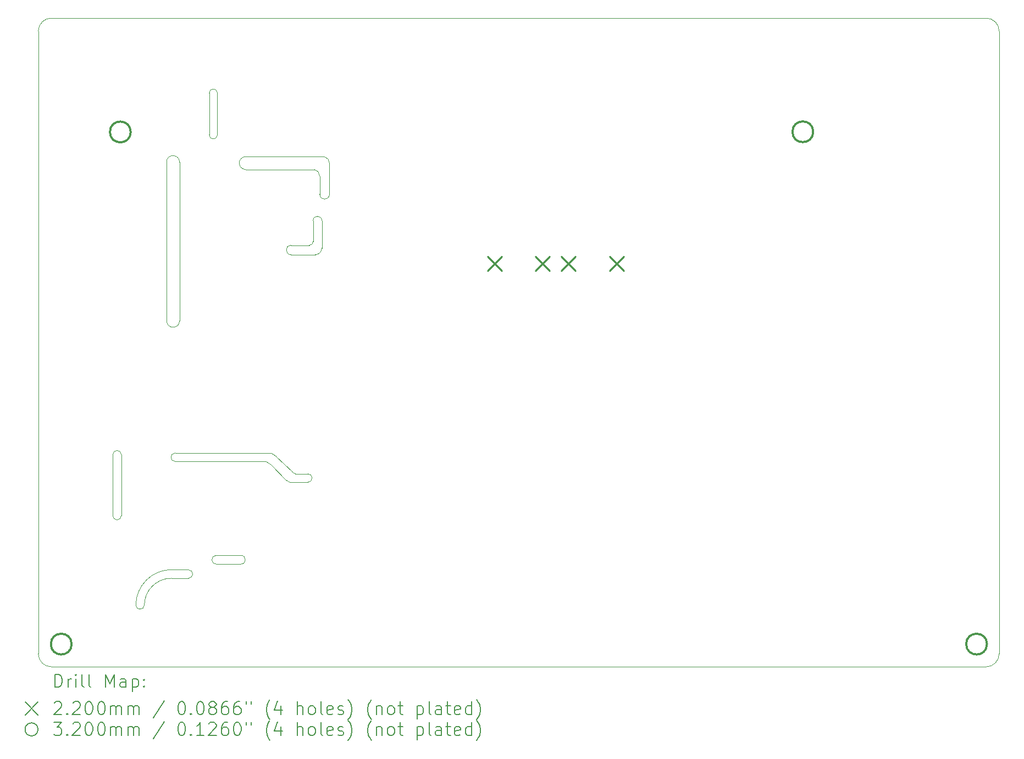
<source format=gbr>
%TF.GenerationSoftware,KiCad,Pcbnew,8.0.2*%
%TF.CreationDate,2025-02-27T21:24:37+01:00*%
%TF.ProjectId,Master_FT25,4d617374-6572-45f4-9654-32352e6b6963,rev?*%
%TF.SameCoordinates,Original*%
%TF.FileFunction,Drillmap*%
%TF.FilePolarity,Positive*%
%FSLAX45Y45*%
G04 Gerber Fmt 4.5, Leading zero omitted, Abs format (unit mm)*
G04 Created by KiCad (PCBNEW 8.0.2) date 2025-02-27 21:24:37*
%MOMM*%
%LPD*%
G01*
G04 APERTURE LIST*
%ADD10C,0.100000*%
%ADD11C,0.200000*%
%ADD12C,0.220000*%
%ADD13C,0.320000*%
G04 APERTURE END LIST*
D10*
X7171808Y-12505192D02*
X7434808Y-12505192D01*
X9489474Y-7416196D02*
G75*
G02*
X9388696Y-7516974I-100774J-4D01*
G01*
X8630000Y-10705384D02*
G75*
G02*
X8708554Y-10756856I-55000J-169616D01*
G01*
X6269808Y-10600000D02*
G75*
G02*
X6400192Y-10600000I65192J0D01*
G01*
X9274808Y-10894808D02*
X9082434Y-10895943D01*
X5323945Y-3870149D02*
X19722550Y-3870149D01*
X9354868Y-6992500D02*
X9355046Y-7312494D01*
X8630000Y-10705384D02*
X7230190Y-10705192D01*
X9355046Y-7312494D02*
G75*
G02*
X9294994Y-7372546I-60056J4D01*
G01*
X9354868Y-6992500D02*
G75*
G02*
X9490046Y-6992500I67589J0D01*
G01*
X9607131Y-6585008D02*
G75*
G02*
X9457128Y-6585008I-75001J1D01*
G01*
X9490046Y-6992500D02*
X9489474Y-7416196D01*
X7434808Y-12374808D02*
X7176214Y-12372055D01*
X8242411Y-12152411D02*
G75*
G02*
X8242411Y-12287589I-1J-67589D01*
G01*
X8316583Y-6203624D02*
G75*
G02*
X8316583Y-6005456I-3J99084D01*
G01*
X9528719Y-6006014D02*
X8316583Y-6005459D01*
X5322550Y-13870149D02*
X19722551Y-13870149D01*
X8707273Y-10574529D02*
G75*
G02*
X8785827Y-10626001I-55003J-169622D01*
G01*
X8995000Y-11025000D02*
G75*
G02*
X8945000Y-10995000I20000J90000D01*
G01*
X5322550Y-13870149D02*
G75*
G02*
X5122551Y-13670149I1J199999D01*
G01*
X8242411Y-12152411D02*
X7862411Y-12152411D01*
X9457128Y-6305000D02*
X9457128Y-6585008D01*
X9015000Y-7517500D02*
G75*
G02*
X9015000Y-7372420I0J72540D01*
G01*
X5122551Y-4070153D02*
X5122551Y-13670149D01*
X9528719Y-6006014D02*
G75*
G02*
X9606904Y-6105000I-23569J-98986D01*
G01*
X8785827Y-10626001D02*
X9032434Y-10865943D01*
X7880301Y-5669701D02*
G75*
G02*
X7754699Y-5669701I-62801J2D01*
G01*
X9294994Y-7372546D02*
X9015000Y-7372414D01*
X9274808Y-10894808D02*
G75*
G02*
X9274808Y-11025192I2J-65192D01*
G01*
X6624616Y-12916886D02*
G75*
G02*
X7176214Y-12372055I551598J-6809D01*
G01*
X6755000Y-12916885D02*
G75*
G02*
X7171808Y-12505188I416810J-5145D01*
G01*
X8708554Y-10756856D02*
X8945000Y-10995000D01*
X9378143Y-6205000D02*
G75*
G02*
X9457126Y-6305000I-23813J-100000D01*
G01*
X8995000Y-11025000D02*
X9274808Y-11025192D01*
X7862411Y-12287589D02*
G75*
G02*
X7862411Y-12152411I-1J67589D01*
G01*
X6400000Y-10600000D02*
X6400000Y-11540000D01*
X9607500Y-6585008D02*
X9607500Y-6105000D01*
X7297264Y-8535917D02*
X7297500Y-6090000D01*
X8316583Y-6203624D02*
X9378143Y-6205000D01*
X19722550Y-3870149D02*
G75*
G02*
X19922559Y-4069304I11J-200001D01*
G01*
X6400192Y-11540000D02*
G75*
G02*
X6269808Y-11540000I-65192J0D01*
G01*
X7862411Y-12287946D02*
X8242411Y-12287589D01*
X7434808Y-12374808D02*
G75*
G02*
X7434808Y-12505192I2J-65192D01*
G01*
X7230190Y-10574808D02*
X8707273Y-10574529D01*
X7754699Y-5669701D02*
X7754699Y-5025299D01*
X19922551Y-13670153D02*
X19922551Y-4069304D01*
X7097500Y-6090000D02*
G75*
G02*
X7297500Y-6090000I100000J0D01*
G01*
X6755000Y-12916885D02*
G75*
G02*
X6624620Y-12916886I-65190J6D01*
G01*
X7097500Y-6090000D02*
X7099099Y-8535917D01*
X19922551Y-13670153D02*
G75*
G02*
X19722551Y-13870151I-200001J3D01*
G01*
X7880301Y-5025299D02*
X7880301Y-5669701D01*
X7754699Y-5025299D02*
G75*
G02*
X7880301Y-5025299I62801J-2D01*
G01*
X7297264Y-8535917D02*
G75*
G02*
X7099099Y-8535917I-99083J0D01*
G01*
X5122551Y-4070153D02*
G75*
G02*
X5323945Y-3870149I200022J-13D01*
G01*
X9082434Y-10895943D02*
G75*
G02*
X9032432Y-10865945I19996J90003D01*
G01*
X9015000Y-7517500D02*
X9388696Y-7516974D01*
X6269808Y-11540000D02*
X6269808Y-10600000D01*
X7230190Y-10705192D02*
G75*
G02*
X7230190Y-10574808I0J65192D01*
G01*
D11*
D12*
X12038500Y-7543500D02*
X12258500Y-7763500D01*
X12258500Y-7543500D02*
X12038500Y-7763500D01*
X12781500Y-7543500D02*
X13001500Y-7763500D01*
X13001500Y-7543500D02*
X12781500Y-7763500D01*
X13178500Y-7545000D02*
X13398500Y-7765000D01*
X13398500Y-7545000D02*
X13178500Y-7765000D01*
X13921500Y-7545000D02*
X14141500Y-7765000D01*
X14141500Y-7545000D02*
X13921500Y-7765000D01*
D13*
X5635000Y-13520000D02*
G75*
G02*
X5315000Y-13520000I-160000J0D01*
G01*
X5315000Y-13520000D02*
G75*
G02*
X5635000Y-13520000I160000J0D01*
G01*
X6545000Y-5625000D02*
G75*
G02*
X6225000Y-5625000I-160000J0D01*
G01*
X6225000Y-5625000D02*
G75*
G02*
X6545000Y-5625000I160000J0D01*
G01*
X17058000Y-5622000D02*
G75*
G02*
X16738000Y-5622000I-160000J0D01*
G01*
X16738000Y-5622000D02*
G75*
G02*
X17058000Y-5622000I160000J0D01*
G01*
X19735000Y-13520000D02*
G75*
G02*
X19415000Y-13520000I-160000J0D01*
G01*
X19415000Y-13520000D02*
G75*
G02*
X19735000Y-13520000I160000J0D01*
G01*
D11*
X5378327Y-14186633D02*
X5378327Y-13986633D01*
X5378327Y-13986633D02*
X5425946Y-13986633D01*
X5425946Y-13986633D02*
X5454518Y-13996157D01*
X5454518Y-13996157D02*
X5473566Y-14015205D01*
X5473566Y-14015205D02*
X5483089Y-14034252D01*
X5483089Y-14034252D02*
X5492613Y-14072347D01*
X5492613Y-14072347D02*
X5492613Y-14100919D01*
X5492613Y-14100919D02*
X5483089Y-14139014D01*
X5483089Y-14139014D02*
X5473566Y-14158062D01*
X5473566Y-14158062D02*
X5454518Y-14177109D01*
X5454518Y-14177109D02*
X5425946Y-14186633D01*
X5425946Y-14186633D02*
X5378327Y-14186633D01*
X5578327Y-14186633D02*
X5578327Y-14053300D01*
X5578327Y-14091395D02*
X5587851Y-14072347D01*
X5587851Y-14072347D02*
X5597375Y-14062824D01*
X5597375Y-14062824D02*
X5616423Y-14053300D01*
X5616423Y-14053300D02*
X5635470Y-14053300D01*
X5702137Y-14186633D02*
X5702137Y-14053300D01*
X5702137Y-13986633D02*
X5692613Y-13996157D01*
X5692613Y-13996157D02*
X5702137Y-14005681D01*
X5702137Y-14005681D02*
X5711661Y-13996157D01*
X5711661Y-13996157D02*
X5702137Y-13986633D01*
X5702137Y-13986633D02*
X5702137Y-14005681D01*
X5825946Y-14186633D02*
X5806899Y-14177109D01*
X5806899Y-14177109D02*
X5797375Y-14158062D01*
X5797375Y-14158062D02*
X5797375Y-13986633D01*
X5930708Y-14186633D02*
X5911661Y-14177109D01*
X5911661Y-14177109D02*
X5902137Y-14158062D01*
X5902137Y-14158062D02*
X5902137Y-13986633D01*
X6159280Y-14186633D02*
X6159280Y-13986633D01*
X6159280Y-13986633D02*
X6225946Y-14129490D01*
X6225946Y-14129490D02*
X6292613Y-13986633D01*
X6292613Y-13986633D02*
X6292613Y-14186633D01*
X6473565Y-14186633D02*
X6473565Y-14081871D01*
X6473565Y-14081871D02*
X6464042Y-14062824D01*
X6464042Y-14062824D02*
X6444994Y-14053300D01*
X6444994Y-14053300D02*
X6406899Y-14053300D01*
X6406899Y-14053300D02*
X6387851Y-14062824D01*
X6473565Y-14177109D02*
X6454518Y-14186633D01*
X6454518Y-14186633D02*
X6406899Y-14186633D01*
X6406899Y-14186633D02*
X6387851Y-14177109D01*
X6387851Y-14177109D02*
X6378327Y-14158062D01*
X6378327Y-14158062D02*
X6378327Y-14139014D01*
X6378327Y-14139014D02*
X6387851Y-14119966D01*
X6387851Y-14119966D02*
X6406899Y-14110443D01*
X6406899Y-14110443D02*
X6454518Y-14110443D01*
X6454518Y-14110443D02*
X6473565Y-14100919D01*
X6568804Y-14053300D02*
X6568804Y-14253300D01*
X6568804Y-14062824D02*
X6587851Y-14053300D01*
X6587851Y-14053300D02*
X6625946Y-14053300D01*
X6625946Y-14053300D02*
X6644994Y-14062824D01*
X6644994Y-14062824D02*
X6654518Y-14072347D01*
X6654518Y-14072347D02*
X6664042Y-14091395D01*
X6664042Y-14091395D02*
X6664042Y-14148538D01*
X6664042Y-14148538D02*
X6654518Y-14167585D01*
X6654518Y-14167585D02*
X6644994Y-14177109D01*
X6644994Y-14177109D02*
X6625946Y-14186633D01*
X6625946Y-14186633D02*
X6587851Y-14186633D01*
X6587851Y-14186633D02*
X6568804Y-14177109D01*
X6749756Y-14167585D02*
X6759280Y-14177109D01*
X6759280Y-14177109D02*
X6749756Y-14186633D01*
X6749756Y-14186633D02*
X6740232Y-14177109D01*
X6740232Y-14177109D02*
X6749756Y-14167585D01*
X6749756Y-14167585D02*
X6749756Y-14186633D01*
X6749756Y-14062824D02*
X6759280Y-14072347D01*
X6759280Y-14072347D02*
X6749756Y-14081871D01*
X6749756Y-14081871D02*
X6740232Y-14072347D01*
X6740232Y-14072347D02*
X6749756Y-14062824D01*
X6749756Y-14062824D02*
X6749756Y-14081871D01*
X4917551Y-14415149D02*
X5117551Y-14615149D01*
X5117551Y-14415149D02*
X4917551Y-14615149D01*
X5368804Y-14425681D02*
X5378327Y-14416157D01*
X5378327Y-14416157D02*
X5397375Y-14406633D01*
X5397375Y-14406633D02*
X5444994Y-14406633D01*
X5444994Y-14406633D02*
X5464042Y-14416157D01*
X5464042Y-14416157D02*
X5473566Y-14425681D01*
X5473566Y-14425681D02*
X5483089Y-14444728D01*
X5483089Y-14444728D02*
X5483089Y-14463776D01*
X5483089Y-14463776D02*
X5473566Y-14492347D01*
X5473566Y-14492347D02*
X5359280Y-14606633D01*
X5359280Y-14606633D02*
X5483089Y-14606633D01*
X5568804Y-14587585D02*
X5578327Y-14597109D01*
X5578327Y-14597109D02*
X5568804Y-14606633D01*
X5568804Y-14606633D02*
X5559280Y-14597109D01*
X5559280Y-14597109D02*
X5568804Y-14587585D01*
X5568804Y-14587585D02*
X5568804Y-14606633D01*
X5654518Y-14425681D02*
X5664042Y-14416157D01*
X5664042Y-14416157D02*
X5683089Y-14406633D01*
X5683089Y-14406633D02*
X5730708Y-14406633D01*
X5730708Y-14406633D02*
X5749756Y-14416157D01*
X5749756Y-14416157D02*
X5759280Y-14425681D01*
X5759280Y-14425681D02*
X5768804Y-14444728D01*
X5768804Y-14444728D02*
X5768804Y-14463776D01*
X5768804Y-14463776D02*
X5759280Y-14492347D01*
X5759280Y-14492347D02*
X5644994Y-14606633D01*
X5644994Y-14606633D02*
X5768804Y-14606633D01*
X5892613Y-14406633D02*
X5911661Y-14406633D01*
X5911661Y-14406633D02*
X5930708Y-14416157D01*
X5930708Y-14416157D02*
X5940232Y-14425681D01*
X5940232Y-14425681D02*
X5949756Y-14444728D01*
X5949756Y-14444728D02*
X5959280Y-14482824D01*
X5959280Y-14482824D02*
X5959280Y-14530443D01*
X5959280Y-14530443D02*
X5949756Y-14568538D01*
X5949756Y-14568538D02*
X5940232Y-14587585D01*
X5940232Y-14587585D02*
X5930708Y-14597109D01*
X5930708Y-14597109D02*
X5911661Y-14606633D01*
X5911661Y-14606633D02*
X5892613Y-14606633D01*
X5892613Y-14606633D02*
X5873565Y-14597109D01*
X5873565Y-14597109D02*
X5864042Y-14587585D01*
X5864042Y-14587585D02*
X5854518Y-14568538D01*
X5854518Y-14568538D02*
X5844994Y-14530443D01*
X5844994Y-14530443D02*
X5844994Y-14482824D01*
X5844994Y-14482824D02*
X5854518Y-14444728D01*
X5854518Y-14444728D02*
X5864042Y-14425681D01*
X5864042Y-14425681D02*
X5873565Y-14416157D01*
X5873565Y-14416157D02*
X5892613Y-14406633D01*
X6083089Y-14406633D02*
X6102137Y-14406633D01*
X6102137Y-14406633D02*
X6121185Y-14416157D01*
X6121185Y-14416157D02*
X6130708Y-14425681D01*
X6130708Y-14425681D02*
X6140232Y-14444728D01*
X6140232Y-14444728D02*
X6149756Y-14482824D01*
X6149756Y-14482824D02*
X6149756Y-14530443D01*
X6149756Y-14530443D02*
X6140232Y-14568538D01*
X6140232Y-14568538D02*
X6130708Y-14587585D01*
X6130708Y-14587585D02*
X6121185Y-14597109D01*
X6121185Y-14597109D02*
X6102137Y-14606633D01*
X6102137Y-14606633D02*
X6083089Y-14606633D01*
X6083089Y-14606633D02*
X6064042Y-14597109D01*
X6064042Y-14597109D02*
X6054518Y-14587585D01*
X6054518Y-14587585D02*
X6044994Y-14568538D01*
X6044994Y-14568538D02*
X6035470Y-14530443D01*
X6035470Y-14530443D02*
X6035470Y-14482824D01*
X6035470Y-14482824D02*
X6044994Y-14444728D01*
X6044994Y-14444728D02*
X6054518Y-14425681D01*
X6054518Y-14425681D02*
X6064042Y-14416157D01*
X6064042Y-14416157D02*
X6083089Y-14406633D01*
X6235470Y-14606633D02*
X6235470Y-14473300D01*
X6235470Y-14492347D02*
X6244994Y-14482824D01*
X6244994Y-14482824D02*
X6264042Y-14473300D01*
X6264042Y-14473300D02*
X6292613Y-14473300D01*
X6292613Y-14473300D02*
X6311661Y-14482824D01*
X6311661Y-14482824D02*
X6321185Y-14501871D01*
X6321185Y-14501871D02*
X6321185Y-14606633D01*
X6321185Y-14501871D02*
X6330708Y-14482824D01*
X6330708Y-14482824D02*
X6349756Y-14473300D01*
X6349756Y-14473300D02*
X6378327Y-14473300D01*
X6378327Y-14473300D02*
X6397375Y-14482824D01*
X6397375Y-14482824D02*
X6406899Y-14501871D01*
X6406899Y-14501871D02*
X6406899Y-14606633D01*
X6502137Y-14606633D02*
X6502137Y-14473300D01*
X6502137Y-14492347D02*
X6511661Y-14482824D01*
X6511661Y-14482824D02*
X6530708Y-14473300D01*
X6530708Y-14473300D02*
X6559280Y-14473300D01*
X6559280Y-14473300D02*
X6578327Y-14482824D01*
X6578327Y-14482824D02*
X6587851Y-14501871D01*
X6587851Y-14501871D02*
X6587851Y-14606633D01*
X6587851Y-14501871D02*
X6597375Y-14482824D01*
X6597375Y-14482824D02*
X6616423Y-14473300D01*
X6616423Y-14473300D02*
X6644994Y-14473300D01*
X6644994Y-14473300D02*
X6664042Y-14482824D01*
X6664042Y-14482824D02*
X6673566Y-14501871D01*
X6673566Y-14501871D02*
X6673566Y-14606633D01*
X7064042Y-14397109D02*
X6892613Y-14654252D01*
X7321185Y-14406633D02*
X7340232Y-14406633D01*
X7340232Y-14406633D02*
X7359280Y-14416157D01*
X7359280Y-14416157D02*
X7368804Y-14425681D01*
X7368804Y-14425681D02*
X7378328Y-14444728D01*
X7378328Y-14444728D02*
X7387851Y-14482824D01*
X7387851Y-14482824D02*
X7387851Y-14530443D01*
X7387851Y-14530443D02*
X7378328Y-14568538D01*
X7378328Y-14568538D02*
X7368804Y-14587585D01*
X7368804Y-14587585D02*
X7359280Y-14597109D01*
X7359280Y-14597109D02*
X7340232Y-14606633D01*
X7340232Y-14606633D02*
X7321185Y-14606633D01*
X7321185Y-14606633D02*
X7302137Y-14597109D01*
X7302137Y-14597109D02*
X7292613Y-14587585D01*
X7292613Y-14587585D02*
X7283089Y-14568538D01*
X7283089Y-14568538D02*
X7273566Y-14530443D01*
X7273566Y-14530443D02*
X7273566Y-14482824D01*
X7273566Y-14482824D02*
X7283089Y-14444728D01*
X7283089Y-14444728D02*
X7292613Y-14425681D01*
X7292613Y-14425681D02*
X7302137Y-14416157D01*
X7302137Y-14416157D02*
X7321185Y-14406633D01*
X7473566Y-14587585D02*
X7483089Y-14597109D01*
X7483089Y-14597109D02*
X7473566Y-14606633D01*
X7473566Y-14606633D02*
X7464042Y-14597109D01*
X7464042Y-14597109D02*
X7473566Y-14587585D01*
X7473566Y-14587585D02*
X7473566Y-14606633D01*
X7606899Y-14406633D02*
X7625947Y-14406633D01*
X7625947Y-14406633D02*
X7644994Y-14416157D01*
X7644994Y-14416157D02*
X7654518Y-14425681D01*
X7654518Y-14425681D02*
X7664042Y-14444728D01*
X7664042Y-14444728D02*
X7673566Y-14482824D01*
X7673566Y-14482824D02*
X7673566Y-14530443D01*
X7673566Y-14530443D02*
X7664042Y-14568538D01*
X7664042Y-14568538D02*
X7654518Y-14587585D01*
X7654518Y-14587585D02*
X7644994Y-14597109D01*
X7644994Y-14597109D02*
X7625947Y-14606633D01*
X7625947Y-14606633D02*
X7606899Y-14606633D01*
X7606899Y-14606633D02*
X7587851Y-14597109D01*
X7587851Y-14597109D02*
X7578328Y-14587585D01*
X7578328Y-14587585D02*
X7568804Y-14568538D01*
X7568804Y-14568538D02*
X7559280Y-14530443D01*
X7559280Y-14530443D02*
X7559280Y-14482824D01*
X7559280Y-14482824D02*
X7568804Y-14444728D01*
X7568804Y-14444728D02*
X7578328Y-14425681D01*
X7578328Y-14425681D02*
X7587851Y-14416157D01*
X7587851Y-14416157D02*
X7606899Y-14406633D01*
X7787851Y-14492347D02*
X7768804Y-14482824D01*
X7768804Y-14482824D02*
X7759280Y-14473300D01*
X7759280Y-14473300D02*
X7749756Y-14454252D01*
X7749756Y-14454252D02*
X7749756Y-14444728D01*
X7749756Y-14444728D02*
X7759280Y-14425681D01*
X7759280Y-14425681D02*
X7768804Y-14416157D01*
X7768804Y-14416157D02*
X7787851Y-14406633D01*
X7787851Y-14406633D02*
X7825947Y-14406633D01*
X7825947Y-14406633D02*
X7844994Y-14416157D01*
X7844994Y-14416157D02*
X7854518Y-14425681D01*
X7854518Y-14425681D02*
X7864042Y-14444728D01*
X7864042Y-14444728D02*
X7864042Y-14454252D01*
X7864042Y-14454252D02*
X7854518Y-14473300D01*
X7854518Y-14473300D02*
X7844994Y-14482824D01*
X7844994Y-14482824D02*
X7825947Y-14492347D01*
X7825947Y-14492347D02*
X7787851Y-14492347D01*
X7787851Y-14492347D02*
X7768804Y-14501871D01*
X7768804Y-14501871D02*
X7759280Y-14511395D01*
X7759280Y-14511395D02*
X7749756Y-14530443D01*
X7749756Y-14530443D02*
X7749756Y-14568538D01*
X7749756Y-14568538D02*
X7759280Y-14587585D01*
X7759280Y-14587585D02*
X7768804Y-14597109D01*
X7768804Y-14597109D02*
X7787851Y-14606633D01*
X7787851Y-14606633D02*
X7825947Y-14606633D01*
X7825947Y-14606633D02*
X7844994Y-14597109D01*
X7844994Y-14597109D02*
X7854518Y-14587585D01*
X7854518Y-14587585D02*
X7864042Y-14568538D01*
X7864042Y-14568538D02*
X7864042Y-14530443D01*
X7864042Y-14530443D02*
X7854518Y-14511395D01*
X7854518Y-14511395D02*
X7844994Y-14501871D01*
X7844994Y-14501871D02*
X7825947Y-14492347D01*
X8035470Y-14406633D02*
X7997375Y-14406633D01*
X7997375Y-14406633D02*
X7978328Y-14416157D01*
X7978328Y-14416157D02*
X7968804Y-14425681D01*
X7968804Y-14425681D02*
X7949756Y-14454252D01*
X7949756Y-14454252D02*
X7940232Y-14492347D01*
X7940232Y-14492347D02*
X7940232Y-14568538D01*
X7940232Y-14568538D02*
X7949756Y-14587585D01*
X7949756Y-14587585D02*
X7959280Y-14597109D01*
X7959280Y-14597109D02*
X7978328Y-14606633D01*
X7978328Y-14606633D02*
X8016423Y-14606633D01*
X8016423Y-14606633D02*
X8035470Y-14597109D01*
X8035470Y-14597109D02*
X8044994Y-14587585D01*
X8044994Y-14587585D02*
X8054518Y-14568538D01*
X8054518Y-14568538D02*
X8054518Y-14520919D01*
X8054518Y-14520919D02*
X8044994Y-14501871D01*
X8044994Y-14501871D02*
X8035470Y-14492347D01*
X8035470Y-14492347D02*
X8016423Y-14482824D01*
X8016423Y-14482824D02*
X7978328Y-14482824D01*
X7978328Y-14482824D02*
X7959280Y-14492347D01*
X7959280Y-14492347D02*
X7949756Y-14501871D01*
X7949756Y-14501871D02*
X7940232Y-14520919D01*
X8225947Y-14406633D02*
X8187851Y-14406633D01*
X8187851Y-14406633D02*
X8168804Y-14416157D01*
X8168804Y-14416157D02*
X8159280Y-14425681D01*
X8159280Y-14425681D02*
X8140232Y-14454252D01*
X8140232Y-14454252D02*
X8130709Y-14492347D01*
X8130709Y-14492347D02*
X8130709Y-14568538D01*
X8130709Y-14568538D02*
X8140232Y-14587585D01*
X8140232Y-14587585D02*
X8149756Y-14597109D01*
X8149756Y-14597109D02*
X8168804Y-14606633D01*
X8168804Y-14606633D02*
X8206899Y-14606633D01*
X8206899Y-14606633D02*
X8225947Y-14597109D01*
X8225947Y-14597109D02*
X8235470Y-14587585D01*
X8235470Y-14587585D02*
X8244994Y-14568538D01*
X8244994Y-14568538D02*
X8244994Y-14520919D01*
X8244994Y-14520919D02*
X8235470Y-14501871D01*
X8235470Y-14501871D02*
X8225947Y-14492347D01*
X8225947Y-14492347D02*
X8206899Y-14482824D01*
X8206899Y-14482824D02*
X8168804Y-14482824D01*
X8168804Y-14482824D02*
X8149756Y-14492347D01*
X8149756Y-14492347D02*
X8140232Y-14501871D01*
X8140232Y-14501871D02*
X8130709Y-14520919D01*
X8321185Y-14406633D02*
X8321185Y-14444728D01*
X8397375Y-14406633D02*
X8397375Y-14444728D01*
X8692614Y-14682824D02*
X8683090Y-14673300D01*
X8683090Y-14673300D02*
X8664042Y-14644728D01*
X8664042Y-14644728D02*
X8654518Y-14625681D01*
X8654518Y-14625681D02*
X8644994Y-14597109D01*
X8644994Y-14597109D02*
X8635471Y-14549490D01*
X8635471Y-14549490D02*
X8635471Y-14511395D01*
X8635471Y-14511395D02*
X8644994Y-14463776D01*
X8644994Y-14463776D02*
X8654518Y-14435205D01*
X8654518Y-14435205D02*
X8664042Y-14416157D01*
X8664042Y-14416157D02*
X8683090Y-14387585D01*
X8683090Y-14387585D02*
X8692614Y-14378062D01*
X8854518Y-14473300D02*
X8854518Y-14606633D01*
X8806899Y-14397109D02*
X8759280Y-14539966D01*
X8759280Y-14539966D02*
X8883090Y-14539966D01*
X9111661Y-14606633D02*
X9111661Y-14406633D01*
X9197375Y-14606633D02*
X9197375Y-14501871D01*
X9197375Y-14501871D02*
X9187852Y-14482824D01*
X9187852Y-14482824D02*
X9168804Y-14473300D01*
X9168804Y-14473300D02*
X9140233Y-14473300D01*
X9140233Y-14473300D02*
X9121185Y-14482824D01*
X9121185Y-14482824D02*
X9111661Y-14492347D01*
X9321185Y-14606633D02*
X9302137Y-14597109D01*
X9302137Y-14597109D02*
X9292614Y-14587585D01*
X9292614Y-14587585D02*
X9283090Y-14568538D01*
X9283090Y-14568538D02*
X9283090Y-14511395D01*
X9283090Y-14511395D02*
X9292614Y-14492347D01*
X9292614Y-14492347D02*
X9302137Y-14482824D01*
X9302137Y-14482824D02*
X9321185Y-14473300D01*
X9321185Y-14473300D02*
X9349756Y-14473300D01*
X9349756Y-14473300D02*
X9368804Y-14482824D01*
X9368804Y-14482824D02*
X9378328Y-14492347D01*
X9378328Y-14492347D02*
X9387852Y-14511395D01*
X9387852Y-14511395D02*
X9387852Y-14568538D01*
X9387852Y-14568538D02*
X9378328Y-14587585D01*
X9378328Y-14587585D02*
X9368804Y-14597109D01*
X9368804Y-14597109D02*
X9349756Y-14606633D01*
X9349756Y-14606633D02*
X9321185Y-14606633D01*
X9502137Y-14606633D02*
X9483090Y-14597109D01*
X9483090Y-14597109D02*
X9473566Y-14578062D01*
X9473566Y-14578062D02*
X9473566Y-14406633D01*
X9654518Y-14597109D02*
X9635471Y-14606633D01*
X9635471Y-14606633D02*
X9597375Y-14606633D01*
X9597375Y-14606633D02*
X9578328Y-14597109D01*
X9578328Y-14597109D02*
X9568804Y-14578062D01*
X9568804Y-14578062D02*
X9568804Y-14501871D01*
X9568804Y-14501871D02*
X9578328Y-14482824D01*
X9578328Y-14482824D02*
X9597375Y-14473300D01*
X9597375Y-14473300D02*
X9635471Y-14473300D01*
X9635471Y-14473300D02*
X9654518Y-14482824D01*
X9654518Y-14482824D02*
X9664042Y-14501871D01*
X9664042Y-14501871D02*
X9664042Y-14520919D01*
X9664042Y-14520919D02*
X9568804Y-14539966D01*
X9740233Y-14597109D02*
X9759280Y-14606633D01*
X9759280Y-14606633D02*
X9797375Y-14606633D01*
X9797375Y-14606633D02*
X9816423Y-14597109D01*
X9816423Y-14597109D02*
X9825947Y-14578062D01*
X9825947Y-14578062D02*
X9825947Y-14568538D01*
X9825947Y-14568538D02*
X9816423Y-14549490D01*
X9816423Y-14549490D02*
X9797375Y-14539966D01*
X9797375Y-14539966D02*
X9768804Y-14539966D01*
X9768804Y-14539966D02*
X9749756Y-14530443D01*
X9749756Y-14530443D02*
X9740233Y-14511395D01*
X9740233Y-14511395D02*
X9740233Y-14501871D01*
X9740233Y-14501871D02*
X9749756Y-14482824D01*
X9749756Y-14482824D02*
X9768804Y-14473300D01*
X9768804Y-14473300D02*
X9797375Y-14473300D01*
X9797375Y-14473300D02*
X9816423Y-14482824D01*
X9892614Y-14682824D02*
X9902137Y-14673300D01*
X9902137Y-14673300D02*
X9921185Y-14644728D01*
X9921185Y-14644728D02*
X9930709Y-14625681D01*
X9930709Y-14625681D02*
X9940233Y-14597109D01*
X9940233Y-14597109D02*
X9949756Y-14549490D01*
X9949756Y-14549490D02*
X9949756Y-14511395D01*
X9949756Y-14511395D02*
X9940233Y-14463776D01*
X9940233Y-14463776D02*
X9930709Y-14435205D01*
X9930709Y-14435205D02*
X9921185Y-14416157D01*
X9921185Y-14416157D02*
X9902137Y-14387585D01*
X9902137Y-14387585D02*
X9892614Y-14378062D01*
X10254518Y-14682824D02*
X10244995Y-14673300D01*
X10244995Y-14673300D02*
X10225947Y-14644728D01*
X10225947Y-14644728D02*
X10216423Y-14625681D01*
X10216423Y-14625681D02*
X10206899Y-14597109D01*
X10206899Y-14597109D02*
X10197376Y-14549490D01*
X10197376Y-14549490D02*
X10197376Y-14511395D01*
X10197376Y-14511395D02*
X10206899Y-14463776D01*
X10206899Y-14463776D02*
X10216423Y-14435205D01*
X10216423Y-14435205D02*
X10225947Y-14416157D01*
X10225947Y-14416157D02*
X10244995Y-14387585D01*
X10244995Y-14387585D02*
X10254518Y-14378062D01*
X10330709Y-14473300D02*
X10330709Y-14606633D01*
X10330709Y-14492347D02*
X10340233Y-14482824D01*
X10340233Y-14482824D02*
X10359280Y-14473300D01*
X10359280Y-14473300D02*
X10387852Y-14473300D01*
X10387852Y-14473300D02*
X10406899Y-14482824D01*
X10406899Y-14482824D02*
X10416423Y-14501871D01*
X10416423Y-14501871D02*
X10416423Y-14606633D01*
X10540233Y-14606633D02*
X10521185Y-14597109D01*
X10521185Y-14597109D02*
X10511661Y-14587585D01*
X10511661Y-14587585D02*
X10502137Y-14568538D01*
X10502137Y-14568538D02*
X10502137Y-14511395D01*
X10502137Y-14511395D02*
X10511661Y-14492347D01*
X10511661Y-14492347D02*
X10521185Y-14482824D01*
X10521185Y-14482824D02*
X10540233Y-14473300D01*
X10540233Y-14473300D02*
X10568804Y-14473300D01*
X10568804Y-14473300D02*
X10587852Y-14482824D01*
X10587852Y-14482824D02*
X10597376Y-14492347D01*
X10597376Y-14492347D02*
X10606899Y-14511395D01*
X10606899Y-14511395D02*
X10606899Y-14568538D01*
X10606899Y-14568538D02*
X10597376Y-14587585D01*
X10597376Y-14587585D02*
X10587852Y-14597109D01*
X10587852Y-14597109D02*
X10568804Y-14606633D01*
X10568804Y-14606633D02*
X10540233Y-14606633D01*
X10664042Y-14473300D02*
X10740233Y-14473300D01*
X10692614Y-14406633D02*
X10692614Y-14578062D01*
X10692614Y-14578062D02*
X10702137Y-14597109D01*
X10702137Y-14597109D02*
X10721185Y-14606633D01*
X10721185Y-14606633D02*
X10740233Y-14606633D01*
X10959280Y-14473300D02*
X10959280Y-14673300D01*
X10959280Y-14482824D02*
X10978328Y-14473300D01*
X10978328Y-14473300D02*
X11016423Y-14473300D01*
X11016423Y-14473300D02*
X11035471Y-14482824D01*
X11035471Y-14482824D02*
X11044995Y-14492347D01*
X11044995Y-14492347D02*
X11054518Y-14511395D01*
X11054518Y-14511395D02*
X11054518Y-14568538D01*
X11054518Y-14568538D02*
X11044995Y-14587585D01*
X11044995Y-14587585D02*
X11035471Y-14597109D01*
X11035471Y-14597109D02*
X11016423Y-14606633D01*
X11016423Y-14606633D02*
X10978328Y-14606633D01*
X10978328Y-14606633D02*
X10959280Y-14597109D01*
X11168804Y-14606633D02*
X11149757Y-14597109D01*
X11149757Y-14597109D02*
X11140233Y-14578062D01*
X11140233Y-14578062D02*
X11140233Y-14406633D01*
X11330709Y-14606633D02*
X11330709Y-14501871D01*
X11330709Y-14501871D02*
X11321185Y-14482824D01*
X11321185Y-14482824D02*
X11302137Y-14473300D01*
X11302137Y-14473300D02*
X11264042Y-14473300D01*
X11264042Y-14473300D02*
X11244995Y-14482824D01*
X11330709Y-14597109D02*
X11311661Y-14606633D01*
X11311661Y-14606633D02*
X11264042Y-14606633D01*
X11264042Y-14606633D02*
X11244995Y-14597109D01*
X11244995Y-14597109D02*
X11235471Y-14578062D01*
X11235471Y-14578062D02*
X11235471Y-14559014D01*
X11235471Y-14559014D02*
X11244995Y-14539966D01*
X11244995Y-14539966D02*
X11264042Y-14530443D01*
X11264042Y-14530443D02*
X11311661Y-14530443D01*
X11311661Y-14530443D02*
X11330709Y-14520919D01*
X11397376Y-14473300D02*
X11473566Y-14473300D01*
X11425947Y-14406633D02*
X11425947Y-14578062D01*
X11425947Y-14578062D02*
X11435471Y-14597109D01*
X11435471Y-14597109D02*
X11454518Y-14606633D01*
X11454518Y-14606633D02*
X11473566Y-14606633D01*
X11616423Y-14597109D02*
X11597376Y-14606633D01*
X11597376Y-14606633D02*
X11559280Y-14606633D01*
X11559280Y-14606633D02*
X11540233Y-14597109D01*
X11540233Y-14597109D02*
X11530709Y-14578062D01*
X11530709Y-14578062D02*
X11530709Y-14501871D01*
X11530709Y-14501871D02*
X11540233Y-14482824D01*
X11540233Y-14482824D02*
X11559280Y-14473300D01*
X11559280Y-14473300D02*
X11597376Y-14473300D01*
X11597376Y-14473300D02*
X11616423Y-14482824D01*
X11616423Y-14482824D02*
X11625947Y-14501871D01*
X11625947Y-14501871D02*
X11625947Y-14520919D01*
X11625947Y-14520919D02*
X11530709Y-14539966D01*
X11797376Y-14606633D02*
X11797376Y-14406633D01*
X11797376Y-14597109D02*
X11778328Y-14606633D01*
X11778328Y-14606633D02*
X11740233Y-14606633D01*
X11740233Y-14606633D02*
X11721185Y-14597109D01*
X11721185Y-14597109D02*
X11711661Y-14587585D01*
X11711661Y-14587585D02*
X11702137Y-14568538D01*
X11702137Y-14568538D02*
X11702137Y-14511395D01*
X11702137Y-14511395D02*
X11711661Y-14492347D01*
X11711661Y-14492347D02*
X11721185Y-14482824D01*
X11721185Y-14482824D02*
X11740233Y-14473300D01*
X11740233Y-14473300D02*
X11778328Y-14473300D01*
X11778328Y-14473300D02*
X11797376Y-14482824D01*
X11873566Y-14682824D02*
X11883090Y-14673300D01*
X11883090Y-14673300D02*
X11902137Y-14644728D01*
X11902137Y-14644728D02*
X11911661Y-14625681D01*
X11911661Y-14625681D02*
X11921185Y-14597109D01*
X11921185Y-14597109D02*
X11930709Y-14549490D01*
X11930709Y-14549490D02*
X11930709Y-14511395D01*
X11930709Y-14511395D02*
X11921185Y-14463776D01*
X11921185Y-14463776D02*
X11911661Y-14435205D01*
X11911661Y-14435205D02*
X11902137Y-14416157D01*
X11902137Y-14416157D02*
X11883090Y-14387585D01*
X11883090Y-14387585D02*
X11873566Y-14378062D01*
X5117551Y-14835149D02*
G75*
G02*
X4917551Y-14835149I-100000J0D01*
G01*
X4917551Y-14835149D02*
G75*
G02*
X5117551Y-14835149I100000J0D01*
G01*
X5359280Y-14726633D02*
X5483089Y-14726633D01*
X5483089Y-14726633D02*
X5416423Y-14802824D01*
X5416423Y-14802824D02*
X5444994Y-14802824D01*
X5444994Y-14802824D02*
X5464042Y-14812347D01*
X5464042Y-14812347D02*
X5473566Y-14821871D01*
X5473566Y-14821871D02*
X5483089Y-14840919D01*
X5483089Y-14840919D02*
X5483089Y-14888538D01*
X5483089Y-14888538D02*
X5473566Y-14907585D01*
X5473566Y-14907585D02*
X5464042Y-14917109D01*
X5464042Y-14917109D02*
X5444994Y-14926633D01*
X5444994Y-14926633D02*
X5387851Y-14926633D01*
X5387851Y-14926633D02*
X5368804Y-14917109D01*
X5368804Y-14917109D02*
X5359280Y-14907585D01*
X5568804Y-14907585D02*
X5578327Y-14917109D01*
X5578327Y-14917109D02*
X5568804Y-14926633D01*
X5568804Y-14926633D02*
X5559280Y-14917109D01*
X5559280Y-14917109D02*
X5568804Y-14907585D01*
X5568804Y-14907585D02*
X5568804Y-14926633D01*
X5654518Y-14745681D02*
X5664042Y-14736157D01*
X5664042Y-14736157D02*
X5683089Y-14726633D01*
X5683089Y-14726633D02*
X5730708Y-14726633D01*
X5730708Y-14726633D02*
X5749756Y-14736157D01*
X5749756Y-14736157D02*
X5759280Y-14745681D01*
X5759280Y-14745681D02*
X5768804Y-14764728D01*
X5768804Y-14764728D02*
X5768804Y-14783776D01*
X5768804Y-14783776D02*
X5759280Y-14812347D01*
X5759280Y-14812347D02*
X5644994Y-14926633D01*
X5644994Y-14926633D02*
X5768804Y-14926633D01*
X5892613Y-14726633D02*
X5911661Y-14726633D01*
X5911661Y-14726633D02*
X5930708Y-14736157D01*
X5930708Y-14736157D02*
X5940232Y-14745681D01*
X5940232Y-14745681D02*
X5949756Y-14764728D01*
X5949756Y-14764728D02*
X5959280Y-14802824D01*
X5959280Y-14802824D02*
X5959280Y-14850443D01*
X5959280Y-14850443D02*
X5949756Y-14888538D01*
X5949756Y-14888538D02*
X5940232Y-14907585D01*
X5940232Y-14907585D02*
X5930708Y-14917109D01*
X5930708Y-14917109D02*
X5911661Y-14926633D01*
X5911661Y-14926633D02*
X5892613Y-14926633D01*
X5892613Y-14926633D02*
X5873565Y-14917109D01*
X5873565Y-14917109D02*
X5864042Y-14907585D01*
X5864042Y-14907585D02*
X5854518Y-14888538D01*
X5854518Y-14888538D02*
X5844994Y-14850443D01*
X5844994Y-14850443D02*
X5844994Y-14802824D01*
X5844994Y-14802824D02*
X5854518Y-14764728D01*
X5854518Y-14764728D02*
X5864042Y-14745681D01*
X5864042Y-14745681D02*
X5873565Y-14736157D01*
X5873565Y-14736157D02*
X5892613Y-14726633D01*
X6083089Y-14726633D02*
X6102137Y-14726633D01*
X6102137Y-14726633D02*
X6121185Y-14736157D01*
X6121185Y-14736157D02*
X6130708Y-14745681D01*
X6130708Y-14745681D02*
X6140232Y-14764728D01*
X6140232Y-14764728D02*
X6149756Y-14802824D01*
X6149756Y-14802824D02*
X6149756Y-14850443D01*
X6149756Y-14850443D02*
X6140232Y-14888538D01*
X6140232Y-14888538D02*
X6130708Y-14907585D01*
X6130708Y-14907585D02*
X6121185Y-14917109D01*
X6121185Y-14917109D02*
X6102137Y-14926633D01*
X6102137Y-14926633D02*
X6083089Y-14926633D01*
X6083089Y-14926633D02*
X6064042Y-14917109D01*
X6064042Y-14917109D02*
X6054518Y-14907585D01*
X6054518Y-14907585D02*
X6044994Y-14888538D01*
X6044994Y-14888538D02*
X6035470Y-14850443D01*
X6035470Y-14850443D02*
X6035470Y-14802824D01*
X6035470Y-14802824D02*
X6044994Y-14764728D01*
X6044994Y-14764728D02*
X6054518Y-14745681D01*
X6054518Y-14745681D02*
X6064042Y-14736157D01*
X6064042Y-14736157D02*
X6083089Y-14726633D01*
X6235470Y-14926633D02*
X6235470Y-14793300D01*
X6235470Y-14812347D02*
X6244994Y-14802824D01*
X6244994Y-14802824D02*
X6264042Y-14793300D01*
X6264042Y-14793300D02*
X6292613Y-14793300D01*
X6292613Y-14793300D02*
X6311661Y-14802824D01*
X6311661Y-14802824D02*
X6321185Y-14821871D01*
X6321185Y-14821871D02*
X6321185Y-14926633D01*
X6321185Y-14821871D02*
X6330708Y-14802824D01*
X6330708Y-14802824D02*
X6349756Y-14793300D01*
X6349756Y-14793300D02*
X6378327Y-14793300D01*
X6378327Y-14793300D02*
X6397375Y-14802824D01*
X6397375Y-14802824D02*
X6406899Y-14821871D01*
X6406899Y-14821871D02*
X6406899Y-14926633D01*
X6502137Y-14926633D02*
X6502137Y-14793300D01*
X6502137Y-14812347D02*
X6511661Y-14802824D01*
X6511661Y-14802824D02*
X6530708Y-14793300D01*
X6530708Y-14793300D02*
X6559280Y-14793300D01*
X6559280Y-14793300D02*
X6578327Y-14802824D01*
X6578327Y-14802824D02*
X6587851Y-14821871D01*
X6587851Y-14821871D02*
X6587851Y-14926633D01*
X6587851Y-14821871D02*
X6597375Y-14802824D01*
X6597375Y-14802824D02*
X6616423Y-14793300D01*
X6616423Y-14793300D02*
X6644994Y-14793300D01*
X6644994Y-14793300D02*
X6664042Y-14802824D01*
X6664042Y-14802824D02*
X6673566Y-14821871D01*
X6673566Y-14821871D02*
X6673566Y-14926633D01*
X7064042Y-14717109D02*
X6892613Y-14974252D01*
X7321185Y-14726633D02*
X7340232Y-14726633D01*
X7340232Y-14726633D02*
X7359280Y-14736157D01*
X7359280Y-14736157D02*
X7368804Y-14745681D01*
X7368804Y-14745681D02*
X7378328Y-14764728D01*
X7378328Y-14764728D02*
X7387851Y-14802824D01*
X7387851Y-14802824D02*
X7387851Y-14850443D01*
X7387851Y-14850443D02*
X7378328Y-14888538D01*
X7378328Y-14888538D02*
X7368804Y-14907585D01*
X7368804Y-14907585D02*
X7359280Y-14917109D01*
X7359280Y-14917109D02*
X7340232Y-14926633D01*
X7340232Y-14926633D02*
X7321185Y-14926633D01*
X7321185Y-14926633D02*
X7302137Y-14917109D01*
X7302137Y-14917109D02*
X7292613Y-14907585D01*
X7292613Y-14907585D02*
X7283089Y-14888538D01*
X7283089Y-14888538D02*
X7273566Y-14850443D01*
X7273566Y-14850443D02*
X7273566Y-14802824D01*
X7273566Y-14802824D02*
X7283089Y-14764728D01*
X7283089Y-14764728D02*
X7292613Y-14745681D01*
X7292613Y-14745681D02*
X7302137Y-14736157D01*
X7302137Y-14736157D02*
X7321185Y-14726633D01*
X7473566Y-14907585D02*
X7483089Y-14917109D01*
X7483089Y-14917109D02*
X7473566Y-14926633D01*
X7473566Y-14926633D02*
X7464042Y-14917109D01*
X7464042Y-14917109D02*
X7473566Y-14907585D01*
X7473566Y-14907585D02*
X7473566Y-14926633D01*
X7673566Y-14926633D02*
X7559280Y-14926633D01*
X7616423Y-14926633D02*
X7616423Y-14726633D01*
X7616423Y-14726633D02*
X7597375Y-14755205D01*
X7597375Y-14755205D02*
X7578328Y-14774252D01*
X7578328Y-14774252D02*
X7559280Y-14783776D01*
X7749756Y-14745681D02*
X7759280Y-14736157D01*
X7759280Y-14736157D02*
X7778328Y-14726633D01*
X7778328Y-14726633D02*
X7825947Y-14726633D01*
X7825947Y-14726633D02*
X7844994Y-14736157D01*
X7844994Y-14736157D02*
X7854518Y-14745681D01*
X7854518Y-14745681D02*
X7864042Y-14764728D01*
X7864042Y-14764728D02*
X7864042Y-14783776D01*
X7864042Y-14783776D02*
X7854518Y-14812347D01*
X7854518Y-14812347D02*
X7740232Y-14926633D01*
X7740232Y-14926633D02*
X7864042Y-14926633D01*
X8035470Y-14726633D02*
X7997375Y-14726633D01*
X7997375Y-14726633D02*
X7978328Y-14736157D01*
X7978328Y-14736157D02*
X7968804Y-14745681D01*
X7968804Y-14745681D02*
X7949756Y-14774252D01*
X7949756Y-14774252D02*
X7940232Y-14812347D01*
X7940232Y-14812347D02*
X7940232Y-14888538D01*
X7940232Y-14888538D02*
X7949756Y-14907585D01*
X7949756Y-14907585D02*
X7959280Y-14917109D01*
X7959280Y-14917109D02*
X7978328Y-14926633D01*
X7978328Y-14926633D02*
X8016423Y-14926633D01*
X8016423Y-14926633D02*
X8035470Y-14917109D01*
X8035470Y-14917109D02*
X8044994Y-14907585D01*
X8044994Y-14907585D02*
X8054518Y-14888538D01*
X8054518Y-14888538D02*
X8054518Y-14840919D01*
X8054518Y-14840919D02*
X8044994Y-14821871D01*
X8044994Y-14821871D02*
X8035470Y-14812347D01*
X8035470Y-14812347D02*
X8016423Y-14802824D01*
X8016423Y-14802824D02*
X7978328Y-14802824D01*
X7978328Y-14802824D02*
X7959280Y-14812347D01*
X7959280Y-14812347D02*
X7949756Y-14821871D01*
X7949756Y-14821871D02*
X7940232Y-14840919D01*
X8178328Y-14726633D02*
X8197375Y-14726633D01*
X8197375Y-14726633D02*
X8216423Y-14736157D01*
X8216423Y-14736157D02*
X8225947Y-14745681D01*
X8225947Y-14745681D02*
X8235470Y-14764728D01*
X8235470Y-14764728D02*
X8244994Y-14802824D01*
X8244994Y-14802824D02*
X8244994Y-14850443D01*
X8244994Y-14850443D02*
X8235470Y-14888538D01*
X8235470Y-14888538D02*
X8225947Y-14907585D01*
X8225947Y-14907585D02*
X8216423Y-14917109D01*
X8216423Y-14917109D02*
X8197375Y-14926633D01*
X8197375Y-14926633D02*
X8178328Y-14926633D01*
X8178328Y-14926633D02*
X8159280Y-14917109D01*
X8159280Y-14917109D02*
X8149756Y-14907585D01*
X8149756Y-14907585D02*
X8140232Y-14888538D01*
X8140232Y-14888538D02*
X8130709Y-14850443D01*
X8130709Y-14850443D02*
X8130709Y-14802824D01*
X8130709Y-14802824D02*
X8140232Y-14764728D01*
X8140232Y-14764728D02*
X8149756Y-14745681D01*
X8149756Y-14745681D02*
X8159280Y-14736157D01*
X8159280Y-14736157D02*
X8178328Y-14726633D01*
X8321185Y-14726633D02*
X8321185Y-14764728D01*
X8397375Y-14726633D02*
X8397375Y-14764728D01*
X8692614Y-15002824D02*
X8683090Y-14993300D01*
X8683090Y-14993300D02*
X8664042Y-14964728D01*
X8664042Y-14964728D02*
X8654518Y-14945681D01*
X8654518Y-14945681D02*
X8644994Y-14917109D01*
X8644994Y-14917109D02*
X8635471Y-14869490D01*
X8635471Y-14869490D02*
X8635471Y-14831395D01*
X8635471Y-14831395D02*
X8644994Y-14783776D01*
X8644994Y-14783776D02*
X8654518Y-14755205D01*
X8654518Y-14755205D02*
X8664042Y-14736157D01*
X8664042Y-14736157D02*
X8683090Y-14707585D01*
X8683090Y-14707585D02*
X8692614Y-14698062D01*
X8854518Y-14793300D02*
X8854518Y-14926633D01*
X8806899Y-14717109D02*
X8759280Y-14859966D01*
X8759280Y-14859966D02*
X8883090Y-14859966D01*
X9111661Y-14926633D02*
X9111661Y-14726633D01*
X9197375Y-14926633D02*
X9197375Y-14821871D01*
X9197375Y-14821871D02*
X9187852Y-14802824D01*
X9187852Y-14802824D02*
X9168804Y-14793300D01*
X9168804Y-14793300D02*
X9140233Y-14793300D01*
X9140233Y-14793300D02*
X9121185Y-14802824D01*
X9121185Y-14802824D02*
X9111661Y-14812347D01*
X9321185Y-14926633D02*
X9302137Y-14917109D01*
X9302137Y-14917109D02*
X9292614Y-14907585D01*
X9292614Y-14907585D02*
X9283090Y-14888538D01*
X9283090Y-14888538D02*
X9283090Y-14831395D01*
X9283090Y-14831395D02*
X9292614Y-14812347D01*
X9292614Y-14812347D02*
X9302137Y-14802824D01*
X9302137Y-14802824D02*
X9321185Y-14793300D01*
X9321185Y-14793300D02*
X9349756Y-14793300D01*
X9349756Y-14793300D02*
X9368804Y-14802824D01*
X9368804Y-14802824D02*
X9378328Y-14812347D01*
X9378328Y-14812347D02*
X9387852Y-14831395D01*
X9387852Y-14831395D02*
X9387852Y-14888538D01*
X9387852Y-14888538D02*
X9378328Y-14907585D01*
X9378328Y-14907585D02*
X9368804Y-14917109D01*
X9368804Y-14917109D02*
X9349756Y-14926633D01*
X9349756Y-14926633D02*
X9321185Y-14926633D01*
X9502137Y-14926633D02*
X9483090Y-14917109D01*
X9483090Y-14917109D02*
X9473566Y-14898062D01*
X9473566Y-14898062D02*
X9473566Y-14726633D01*
X9654518Y-14917109D02*
X9635471Y-14926633D01*
X9635471Y-14926633D02*
X9597375Y-14926633D01*
X9597375Y-14926633D02*
X9578328Y-14917109D01*
X9578328Y-14917109D02*
X9568804Y-14898062D01*
X9568804Y-14898062D02*
X9568804Y-14821871D01*
X9568804Y-14821871D02*
X9578328Y-14802824D01*
X9578328Y-14802824D02*
X9597375Y-14793300D01*
X9597375Y-14793300D02*
X9635471Y-14793300D01*
X9635471Y-14793300D02*
X9654518Y-14802824D01*
X9654518Y-14802824D02*
X9664042Y-14821871D01*
X9664042Y-14821871D02*
X9664042Y-14840919D01*
X9664042Y-14840919D02*
X9568804Y-14859966D01*
X9740233Y-14917109D02*
X9759280Y-14926633D01*
X9759280Y-14926633D02*
X9797375Y-14926633D01*
X9797375Y-14926633D02*
X9816423Y-14917109D01*
X9816423Y-14917109D02*
X9825947Y-14898062D01*
X9825947Y-14898062D02*
X9825947Y-14888538D01*
X9825947Y-14888538D02*
X9816423Y-14869490D01*
X9816423Y-14869490D02*
X9797375Y-14859966D01*
X9797375Y-14859966D02*
X9768804Y-14859966D01*
X9768804Y-14859966D02*
X9749756Y-14850443D01*
X9749756Y-14850443D02*
X9740233Y-14831395D01*
X9740233Y-14831395D02*
X9740233Y-14821871D01*
X9740233Y-14821871D02*
X9749756Y-14802824D01*
X9749756Y-14802824D02*
X9768804Y-14793300D01*
X9768804Y-14793300D02*
X9797375Y-14793300D01*
X9797375Y-14793300D02*
X9816423Y-14802824D01*
X9892614Y-15002824D02*
X9902137Y-14993300D01*
X9902137Y-14993300D02*
X9921185Y-14964728D01*
X9921185Y-14964728D02*
X9930709Y-14945681D01*
X9930709Y-14945681D02*
X9940233Y-14917109D01*
X9940233Y-14917109D02*
X9949756Y-14869490D01*
X9949756Y-14869490D02*
X9949756Y-14831395D01*
X9949756Y-14831395D02*
X9940233Y-14783776D01*
X9940233Y-14783776D02*
X9930709Y-14755205D01*
X9930709Y-14755205D02*
X9921185Y-14736157D01*
X9921185Y-14736157D02*
X9902137Y-14707585D01*
X9902137Y-14707585D02*
X9892614Y-14698062D01*
X10254518Y-15002824D02*
X10244995Y-14993300D01*
X10244995Y-14993300D02*
X10225947Y-14964728D01*
X10225947Y-14964728D02*
X10216423Y-14945681D01*
X10216423Y-14945681D02*
X10206899Y-14917109D01*
X10206899Y-14917109D02*
X10197376Y-14869490D01*
X10197376Y-14869490D02*
X10197376Y-14831395D01*
X10197376Y-14831395D02*
X10206899Y-14783776D01*
X10206899Y-14783776D02*
X10216423Y-14755205D01*
X10216423Y-14755205D02*
X10225947Y-14736157D01*
X10225947Y-14736157D02*
X10244995Y-14707585D01*
X10244995Y-14707585D02*
X10254518Y-14698062D01*
X10330709Y-14793300D02*
X10330709Y-14926633D01*
X10330709Y-14812347D02*
X10340233Y-14802824D01*
X10340233Y-14802824D02*
X10359280Y-14793300D01*
X10359280Y-14793300D02*
X10387852Y-14793300D01*
X10387852Y-14793300D02*
X10406899Y-14802824D01*
X10406899Y-14802824D02*
X10416423Y-14821871D01*
X10416423Y-14821871D02*
X10416423Y-14926633D01*
X10540233Y-14926633D02*
X10521185Y-14917109D01*
X10521185Y-14917109D02*
X10511661Y-14907585D01*
X10511661Y-14907585D02*
X10502137Y-14888538D01*
X10502137Y-14888538D02*
X10502137Y-14831395D01*
X10502137Y-14831395D02*
X10511661Y-14812347D01*
X10511661Y-14812347D02*
X10521185Y-14802824D01*
X10521185Y-14802824D02*
X10540233Y-14793300D01*
X10540233Y-14793300D02*
X10568804Y-14793300D01*
X10568804Y-14793300D02*
X10587852Y-14802824D01*
X10587852Y-14802824D02*
X10597376Y-14812347D01*
X10597376Y-14812347D02*
X10606899Y-14831395D01*
X10606899Y-14831395D02*
X10606899Y-14888538D01*
X10606899Y-14888538D02*
X10597376Y-14907585D01*
X10597376Y-14907585D02*
X10587852Y-14917109D01*
X10587852Y-14917109D02*
X10568804Y-14926633D01*
X10568804Y-14926633D02*
X10540233Y-14926633D01*
X10664042Y-14793300D02*
X10740233Y-14793300D01*
X10692614Y-14726633D02*
X10692614Y-14898062D01*
X10692614Y-14898062D02*
X10702137Y-14917109D01*
X10702137Y-14917109D02*
X10721185Y-14926633D01*
X10721185Y-14926633D02*
X10740233Y-14926633D01*
X10959280Y-14793300D02*
X10959280Y-14993300D01*
X10959280Y-14802824D02*
X10978328Y-14793300D01*
X10978328Y-14793300D02*
X11016423Y-14793300D01*
X11016423Y-14793300D02*
X11035471Y-14802824D01*
X11035471Y-14802824D02*
X11044995Y-14812347D01*
X11044995Y-14812347D02*
X11054518Y-14831395D01*
X11054518Y-14831395D02*
X11054518Y-14888538D01*
X11054518Y-14888538D02*
X11044995Y-14907585D01*
X11044995Y-14907585D02*
X11035471Y-14917109D01*
X11035471Y-14917109D02*
X11016423Y-14926633D01*
X11016423Y-14926633D02*
X10978328Y-14926633D01*
X10978328Y-14926633D02*
X10959280Y-14917109D01*
X11168804Y-14926633D02*
X11149757Y-14917109D01*
X11149757Y-14917109D02*
X11140233Y-14898062D01*
X11140233Y-14898062D02*
X11140233Y-14726633D01*
X11330709Y-14926633D02*
X11330709Y-14821871D01*
X11330709Y-14821871D02*
X11321185Y-14802824D01*
X11321185Y-14802824D02*
X11302137Y-14793300D01*
X11302137Y-14793300D02*
X11264042Y-14793300D01*
X11264042Y-14793300D02*
X11244995Y-14802824D01*
X11330709Y-14917109D02*
X11311661Y-14926633D01*
X11311661Y-14926633D02*
X11264042Y-14926633D01*
X11264042Y-14926633D02*
X11244995Y-14917109D01*
X11244995Y-14917109D02*
X11235471Y-14898062D01*
X11235471Y-14898062D02*
X11235471Y-14879014D01*
X11235471Y-14879014D02*
X11244995Y-14859966D01*
X11244995Y-14859966D02*
X11264042Y-14850443D01*
X11264042Y-14850443D02*
X11311661Y-14850443D01*
X11311661Y-14850443D02*
X11330709Y-14840919D01*
X11397376Y-14793300D02*
X11473566Y-14793300D01*
X11425947Y-14726633D02*
X11425947Y-14898062D01*
X11425947Y-14898062D02*
X11435471Y-14917109D01*
X11435471Y-14917109D02*
X11454518Y-14926633D01*
X11454518Y-14926633D02*
X11473566Y-14926633D01*
X11616423Y-14917109D02*
X11597376Y-14926633D01*
X11597376Y-14926633D02*
X11559280Y-14926633D01*
X11559280Y-14926633D02*
X11540233Y-14917109D01*
X11540233Y-14917109D02*
X11530709Y-14898062D01*
X11530709Y-14898062D02*
X11530709Y-14821871D01*
X11530709Y-14821871D02*
X11540233Y-14802824D01*
X11540233Y-14802824D02*
X11559280Y-14793300D01*
X11559280Y-14793300D02*
X11597376Y-14793300D01*
X11597376Y-14793300D02*
X11616423Y-14802824D01*
X11616423Y-14802824D02*
X11625947Y-14821871D01*
X11625947Y-14821871D02*
X11625947Y-14840919D01*
X11625947Y-14840919D02*
X11530709Y-14859966D01*
X11797376Y-14926633D02*
X11797376Y-14726633D01*
X11797376Y-14917109D02*
X11778328Y-14926633D01*
X11778328Y-14926633D02*
X11740233Y-14926633D01*
X11740233Y-14926633D02*
X11721185Y-14917109D01*
X11721185Y-14917109D02*
X11711661Y-14907585D01*
X11711661Y-14907585D02*
X11702137Y-14888538D01*
X11702137Y-14888538D02*
X11702137Y-14831395D01*
X11702137Y-14831395D02*
X11711661Y-14812347D01*
X11711661Y-14812347D02*
X11721185Y-14802824D01*
X11721185Y-14802824D02*
X11740233Y-14793300D01*
X11740233Y-14793300D02*
X11778328Y-14793300D01*
X11778328Y-14793300D02*
X11797376Y-14802824D01*
X11873566Y-15002824D02*
X11883090Y-14993300D01*
X11883090Y-14993300D02*
X11902137Y-14964728D01*
X11902137Y-14964728D02*
X11911661Y-14945681D01*
X11911661Y-14945681D02*
X11921185Y-14917109D01*
X11921185Y-14917109D02*
X11930709Y-14869490D01*
X11930709Y-14869490D02*
X11930709Y-14831395D01*
X11930709Y-14831395D02*
X11921185Y-14783776D01*
X11921185Y-14783776D02*
X11911661Y-14755205D01*
X11911661Y-14755205D02*
X11902137Y-14736157D01*
X11902137Y-14736157D02*
X11883090Y-14707585D01*
X11883090Y-14707585D02*
X11873566Y-14698062D01*
M02*

</source>
